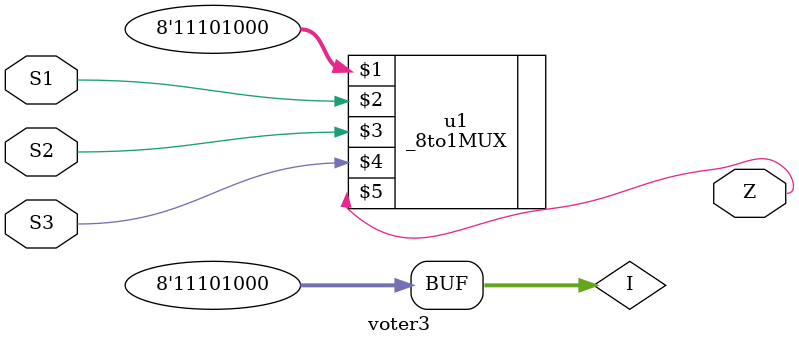
<source format=v>
`timescale 1ns / 1ps


module voter3(S1,S2,S3,Z);
input S1,S2,S3;
output Z;
    wire [7:0] I;
    assign I=8'b11101000;
_8to1MUX u1(I,S1,S2,S3,Z);
endmodule

</source>
